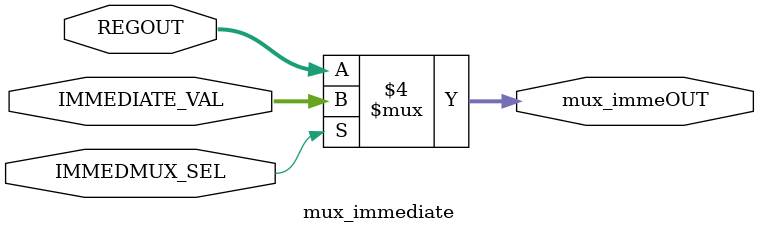
<source format=v>
module mux_immediate(IMMEDIATE_VAL,REGOUT,IMMEDMUX_SEL,mux_immeOUT);
    
    input [7:0] IMMEDIATE_VAL,REGOUT;
    input IMMEDMUX_SEL;               //control signal for the immediate value select mux
    output reg [7:0] mux_immeOUT;     //output the result of the mux

    always @ (IMMEDIATE_VAL,REGOUT,IMMEDMUX_SEL)
    begin
      if(IMMEDMUX_SEL == 1'b0)
      begin
        mux_immeOUT = REGOUT;       //output the REGOUT value from the register
      end else begin
        mux_immeOUT= IMMEDIATE_VAL;   //output the Immediate value 
      end
    end

endmodule
</source>
